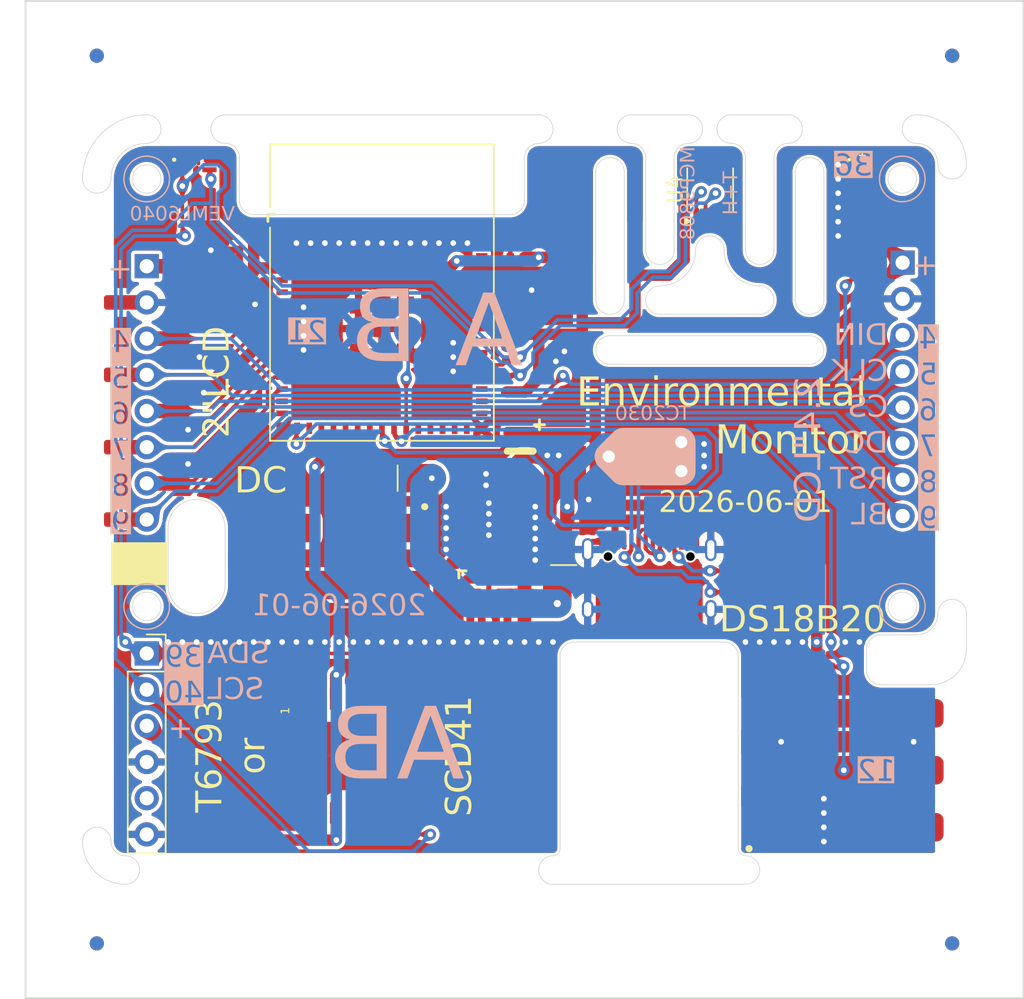
<source format=kicad_pcb>
(kicad_pcb (version 20241229) (generator "pcbnew") (generator_version "9.0")
  (title_block (title "Env2") (comment 1 "www.me.uk") (comment 2 "@TheRealRevK") (comment 3 "Adrian Kennard Andrews & Arnold Ltd"))
  (layers (0 "F.Cu" signal) (2 "B.Cu" signal) (13 "F.Paste" user) (15 "B.Paste" user) (5 "F.SilkS" user "F.Silkscreen") (7 "B.SilkS" user "B.Silkscreen") (1 "F.Mask" user) (3 "B.Mask" user) (25 "Edge.Cuts" user))
  (net 0 "")
  (net 1 "GND")
  (net 2 "+3.3V")
  (net 3 "Net-(U1-EN)")
  (net 4 "DC")
  (net 6 "LED")
  (net 7 "Net-(D19-A)")
  (net 8 "VBUS")
  (net 9 "TEMP")
  (net 10 "Net-(J5-Pin_2)")
  (net 11 "D-")
  (net 12 "D+")
  (net 15 "Net-(J6-CC2)")
  (net 16 "Net-(J6-CC1)")
  (net 23 "SDA")
  (net 42 "SCL")
  (net 62 "CS")
  (net 63 "CLK")
  (net 64 "DIN")
  (net 65 "RST")
  (net 66 "BL")
  (net 68 "VDC")
  (footprint "RevK:R_0402_" (layer "F.Cu") (at 99.3 108.45 180)
    (property "Reference" "R27" (hide yes))
    (property "Value" "1M" (hide yes))
  )
  (footprint "RevK:R_0402" (layer "F.Cu") (at 114.5 106.5)
    (property "Reference" "R3" (hide yes))
    (property "Value" "5K1" (hide yes))
  )
  (footprint "RevK:R_0402_" (layer "F.Cu") (at 95.699999 108.45 180)
    (property "Reference" "R18" (hide yes))
    (property "Value" "39k2" (hide yes))
  )
  (footprint "RevK:C_0603_" (layer "F.Cu") (at 100 105.25 -90)
    (property "Reference" "C21" (hide yes))
    (property "Value" "10uF 35V")
  )
  (footprint "RevK:VEML6040" (layer "F.Cu") (at 77 76.5)
    (property "Reference" "U8" (hide yes))
    (property "Value" "VEML6040")
  )
  (footprint "RevK:C_0402" (layer "F.Cu") (at 99.5 82)
    (property "Reference" "C3" (hide yes))
    (property "Value" "1uF" (hide yes))
  )
  (footprint "RevK:C_0402" (layer "F.Cu") (at 80.5 82.5 180)
    (property "Reference" "C1" (hide yes))
    (property "Value" "100nF" (hide yes))
  )
  (footprint "RevK:R_0402" (layer "F.Cu") (at 99.5 83 180)
    (property "Reference" "R5" (hide yes))
    (property "Value" "10K" (hide yes))
  )
  (footprint "RevK:R_0402" (layer "F.Cu") (at 98.75 89.75 -90)
    (property "Reference" "R7" (hide yes))
    (property "Value" "10K" (hide yes))
  )
  (footprint "RevK:C_0603_" (layer "F.Cu") (at 95 105.25 -90)
    (property "Reference" "C22" (hide yes))
    (property "Value" "10uF 6.3V")
  )
  (footprint "RevK:PinSocket_1x08_P2.54mm_Vertical_SMD" (layer "F.Cu") (at 73.5 83.625)
    (property "Reference" "J1" (hide yes))
    (property "Value" "LCD")
  )
  (footprint "RevK:C_0402" (layer "F.Cu") (at 80.5 83.5 180)
    (property "Reference" "C2" (hide yes))
    (property "Value" "22uF" (hide yes))
  )
  (footprint "RevK:D_SOD-123" (layer "F.Cu") (at 102.75 103.5 90)
    (property "Reference" "D20" (hide yes))
    (property "Value" "MBR0530")
  )
  (footprint "RevK:C_0603_" (layer "F.Cu") (at 97.5 104.55 180)
    (property "Reference" "C23" (hide yes))
    (property "Value" "100nF")
  )
  (footprint "Connector_PinSocket_2.54mm:PinSocket_1x06_P2.54mm_Vertical" (layer "F.Cu") (at 73.5 110.8)
    (property "Reference" "J8" (hide yes))
    (property "Value" "T6793")
  )
  (footprint "RevK:SCD41" (layer "F.Cu") (at 88 118)
    (property "Reference" "U2" (hide yes))
    (property "Value" "SCD41")
  )
  (footprint "RevK:WAGO-2060-453-998-404" (layer "F.Cu") (at 121.75 119 180)
    (property "Reference" "J3" (hide yes))
    (property "Value" "TEMP")
  )
  (footprint "RevK:USB-C-Socket-H" (layer "F.Cu") (at 108.75 104)
    (property "Reference" "J6" (hide yes))
    (property "Value" "USB-C-Socket-H")
  )
  (footprint "RevK:CP_EIA-3528-21_Kemet-B" (layer "F.Cu") (at 99.7 97.1 90)
    (property "Reference" "C4" (hide yes))
    (property "Value" "220uF Tant")
  )
  (footprint "RevK:WAGO-2060-452-998-404" (layer "F.Cu") (at 87 104)
    (property "Reference" "J2" (hide yes))
    (property "Value" "DC")
  )
  (footprint "RevK:VCUT70" (layer "F.Cu") (at 129 100 -90)
    (property "Reference" "V4" (hide yes))
    (property "Value" "~")
  )
  (footprint "RevK:SOT-23-6-MD8942" (layer "F.Cu") (at 97.5 106.55 180)
    (property "Reference" "U3" (hide yes))
    (property "Value" "MD8942")
  )
  (footprint "RevK:R_0402" (layer "F.Cu") (at 121 111.75 180)
    (property "Reference" "R13" (hide yes))
    (property "Value" "4k7" (hide yes))
  )
  (footprint "RevK:VCUT70" (layer "F.Cu") (at 100 75)
    (property "Reference" "V1" (hide yes))
    (property "Value" "~")
  )
  (footprint "RevK:VCUT70" (layer "F.Cu") (at 100 125 180)
    (property "Reference" "V2" (hide yes))
    (property "Value" "~")
  )
  (footprint "RevK:L_4x4_" (layer "F.Cu") (at 97.5 101.95 180)
    (property "Reference" "L4" (hide yes))
    (property "Value" "10uH")
  )
  (footprint "RevK:SMD1010" (layer "F.Cu") (at 123.575 76.575)
    (property "Reference" "D4" (hide yes))
    (property "Value" "XL-1010RGBC-WS2812B" (hide yes))
  )
  (footprint "RevK:ESP32-S3-MINI-1" (layer "F.Cu") (at 90 88)
    (property "Reference" "U1" (hide yes))
    (property "Value" "ESP32-S3-MINI-1" (hide yes))
  )
  (footprint "Package_SO:MSOP-8_3x3mm_P0.65mm" (layer "F.Cu") (at 113.025 78.25 90)
    (property "Reference" "U4")
    (property "Value" "MCP9808_MSOP")
  )
  (footprint "RevK:D_SOD-123" (layer "F.Cu") (at 90 98.5 180)
    (property "Reference" "D19" (hide yes))
    (property "Value" "MBR0530")
  )
  (footprint "RevK:PCB7070" (layer "F.Cu") (at 100 100)
    (property "Reference" "PCB1" (hide yes))
    (property "Value" "70x70" (hide yes))
    (fp_line (start -35 -35) (end 35 -35) (stroke (width 0.12)) (layer "Edge.Cuts"))
    (fp_line (start -35 35) (end -35 -35) (stroke (width 0.12)) (layer "Edge.Cuts"))
    (fp_line (start 35 -35) (end 35 35) (stroke (width 0.12)) (layer "Edge.Cuts"))
    (fp_line (start 35 35) (end -35 35) (stroke (width 0.12)) (layer "Edge.Cuts"))
  )
  (footprint "RevK:R_0402_" (layer "F.Cu") (at 97.5 108.45 180)
    (property "Reference" "R17" (hide yes))
    (property "Value" "124k" (hide yes))
  )
  (footprint "RevK:VCUT70" (layer "F.Cu") (at 71 100 90)
    (property "Reference" "V3" (hide yes))
    (property "Value" "~")
  )
  (footprint "RevK:R_0402" (layer "F.Cu") (at 114.5 105)
    (property "Reference" "R4" (hide yes))
    (property "Value" "5K1" (hide yes))
  )
  (footprint "RevK:C_0402" (layer "F.Cu") (at 107.75 81.75 90)
    (property "Reference" "C6" (hide yes))
    (property "Value" "100nF" (hide yes))
  )
  (footprint "RevK:R_0402" (layer "F.Cu") (at 98.75 92 90)
    (property "Reference" "R6" (hide yes))
    (property "Value" "10K" (hide yes))
  )
  (footprint "RevK:Tag-Connect_TC2030-IDC-NL_2x03_P1.27mm_Vertical" (layer "B.Cu") (at 108.46 96.984)
    (property "Reference" "J7" (hide yes))
    (property "Value" "TC2030-USB-NL-DS")
  )
  (footprint "RevK:AA-Pad" (layer "B.Cu") (at 90.15 88.15 180)
    (property "Reference" "J5" (hide yes))
    (property "Value" "Reset")
  )
  (footprint "RevK:PinHeader_1x08_P2.54mm_Vertical" (layer "B.Cu") (at 126.525 83.375 180)
    (property "Reference" "J4" (hide yes))
    (property "Value" "LCD")
  )
  (gr_rect (start 71 103) (end 75 106) (fill yes) (layer "F.SilkS"))
  (gr_circle (center 73.5 107.5) (end 75.1 107.5) (stroke (width 0.1)) (fill no) (layer "B.SilkS"))
  (gr_circle (center 126.5 77.5) (end 128.1 77.5) (stroke (width 0.1)) (fill no) (layer "B.SilkS"))
  (gr_circle (center 126.5 107.5) (end 128.1 107.5) (stroke (width 0.1)) (fill no) (layer "B.SilkS"))
  (gr_circle (center 73.5 77.5) (end 75.1 77.5) (stroke (width 0.1)) (fill no) (layer "B.SilkS"))
  (gr_line (start 107 77) (end 107 86) (stroke (width 0.05)) (layer "Edge.Cuts"))
  (gr_arc (start 102 127) (mid 101 126) (end 102 125) (stroke (width 0.05)) (layer "Edge.Cuts"))
  (gr_line (start 124 110.5) (end 124 112) (stroke (width 0.05)) (layer "Edge.Cuts"))
  (gr_arc (start 73.5 73) (mid 74.5 74) (end 73.5 75) (stroke (width 0.05)) (layer "Edge.Cuts"))
  (gr_line (start 108.5 76) (end 108.5 82.5) (stroke (width 0.05)) (layer "Edge.Cuts"))
  (gr_arc (start 110.5 76) (mid 110.792893 75.292893) (end 111.5 75) (stroke (width 0.05)) (layer "Edge.Cuts"))
  (gr_arc (start 100 76) (mid 100.292893 75.292893) (end 101 75) (stroke (width 0.05)) (layer "Edge.Cuts"))
  (gr_line (start 102.5 124.5) (end 102.5 111) (stroke (width 0.05)) (layer "Edge.Cuts"))
  (gr_arc (start 71 77.5) (mid 70 78.5) (end 69 77.5) (stroke (width 0.05)) (layer "Edge.Cuts"))
  (gr_arc (start 114 110) (mid 114.707107 110.292893) (end 115 111) (stroke (width 0.05)) (layer "Edge.Cuts"))
  (gr_line (start 115 111) (end 115 124.5) (stroke (width 0.05)) (layer "Edge.Cuts"))
  (gr_arc (start 114.5 75) (mid 115.207107 75.292893) (end 115.5 76) (stroke (width 0.05)) (layer "Edge.Cuts"))
  (gr_arc (start 120 88.5) (mid 121 89.5) (end 120 90.5) (stroke (width 0.05)) (layer "Edge.Cuts"))
  (gr_arc (start 69 77.5) (mid 70.318019 74.318019) (end 73.5 73) (stroke (width 0.05)) (layer "Edge.Cuts"))
  (gr_line (start 75 102) (end 75 106) (stroke (width 0.05)) (layer "Edge.Cuts"))
  (gr_arc (start 115.5 125) (mid 115.146447 124.853553) (end 115 124.5) (stroke (width 0.05)) (layer "Edge.Cuts"))
  (gr_arc (start 100 79) (mid 99.707107 79.707107) (end 99 80) (stroke (width 0.05)) (layer "Edge.Cuts"))
  (gr_line (start 115.5 76) (end 115.5 82.5) (stroke (width 0.05)) (layer "Edge.Cuts"))
  (gr_line (start 119 77) (end 119 86) (stroke (width 0.05)) (layer "Edge.Cuts"))
  (gr_line (start 117.5 76) (end 117.5 82.5) (stroke (width 0.05)) (layer "Edge.Cuts"))
  (gr_line (start 131 108) (end 131 110.5) (stroke (width 0.05)) (layer "Edge.Cuts"))
  (gr_arc (start 72 125) (mid 73 126) (end 72 127) (stroke (width 0.05)) (layer "Edge.Cuts"))
  (gr_arc (start 125 113) (mid 124.292893 112.707107) (end 124 112) (stroke (width 0.05)) (layer "Edge.Cuts"))
  (gr_line (start 101 73) (end 79 73) (stroke (width 0.05)) (layer "Edge.Cuts"))
  (gr_arc (start 121 86) (mid 120 87) (end 119 86) (stroke (width 0.05)) (layer "Edge.Cuts"))
  (gr_arc (start 129 108) (mid 130 107) (end 131 108) (stroke (width 0.05)) (layer "Edge.Cuts"))
  (gr_line (start 125 109.5) (end 127.5 109.5) (stroke (width 0.05)) (layer "Edge.Cuts"))
  (gr_line (start 120 90.5) (end 106 90.5) (stroke (width 0.05)) (layer "Edge.Cuts"))
  (gr_arc (start 116.5 85) (mid 117.5 86) (end 116.5 87) (stroke (width 0.05)) (layer "Edge.Cuts"))
  (gr_arc (start 111.5 73) (mid 112.5 74) (end 111.5 75) (stroke (width 0.05)) (layer "Edge.Cuts"))
  (gr_line (start 79 102) (end 79 106) (stroke (width 0.05)) (layer "Edge.Cuts"))
  (gr_arc (start 102.5 124.5) (mid 102.353553 124.853553) (end 102 125) (stroke (width 0.05)) (layer "Edge.Cuts"))
  (gr_arc (start 106 90.5) (mid 105 89.5) (end 106 88.5) (stroke (width 0.05)) (layer "Edge.Cuts"))
  (gr_line (start 111.5 73) (end 107.5 73) (stroke (width 0.05)) (layer "Edge.Cuts"))
  (gr_line (start 80 76) (end 80 79) (stroke (width 0.05)) (layer "Edge.Cuts"))
  (gr_line (start 102 127) (end 115.5 127) (stroke (width 0.05)) (layer "Edge.Cuts"))
  (gr_arc (start 114.5 75) (mid 113.5 74) (end 114.5 73) (stroke (width 0.05)) (layer "Edge.Cuts"))
  (gr_arc (start 107 86) (mid 106 87) (end 105 86) (stroke (width 0.05)) (layer "Edge.Cuts"))
  (gr_arc (start 101 73) (mid 102 74) (end 101 75) (stroke (width 0.05)) (layer "Edge.Cuts"))
  (gr_arc (start 119 77) (mid 120 76) (end 121 77) (stroke (width 0.05)) (layer "Edge.Cuts"))
  (gr_arc (start 117.5 76) (mid 117.792893 75.292893) (end 118.5 75) (stroke (width 0.05)) (layer "Edge.Cuts"))
  (gr_arc (start 112 82.5) (mid 113 81.5) (end 114 82.5) (stroke (width 0.05)) (layer "Edge.Cuts"))
  (gr_arc (start 109.5 87) (mid 108.5 86) (end 109.5 85) (stroke (width 0.05)) (layer "Edge.Cuts"))
  (gr_arc (start 124 110.5) (mid 124.292893 109.792893) (end 125 109.5) (stroke (width 0.05)) (layer "Edge.Cuts"))
  (gr_arc (start 117.5 82.5) (mid 116.5 83.5) (end 115.5 82.5) (stroke (width 0.05)) (layer "Edge.Cuts"))
  (gr_arc (start 127.5 75) (mid 128.56066 75.43934) (end 129 76.5) (stroke (width 0.05)) (layer "Edge.Cuts"))
  (gr_arc (start 112 82.5) (mid 111.267767 84.267767) (end 109.5 85) (stroke (width 0.05)) (layer "Edge.Cuts"))
  (gr_line (start 110.5 76) (end 110.5 82.5) (stroke (width 0.05)) (layer "Edge.Cuts"))
  (gr_arc (start 71 77.5) (mid 71.732233 75.732233) (end 73.5 75) (stroke (width 0.05)) (layer "Edge.Cuts"))
  (gr_arc (start 102.5 111) (mid 102.792893 110.292893) (end 103.5 110) (stroke (width 0.05)) (layer "Edge.Cuts"))
  (gr_arc (start 105 77) (mid 106 76) (end 107 77) (stroke (width 0.05)) (layer "Edge.Cuts"))
  (gr_arc (start 107.5 75) (mid 106.5 74) (end 107.5 73) (stroke (width 0.05)) (layer "Edge.Cuts"))
  (gr_arc (start 69 124) (mid 70 123) (end 71 124) (stroke (width 0.05)) (layer "Edge.Cuts"))
  (gr_arc (start 79 75) (mid 79.707107 75.292893) (end 80 76) (stroke (width 0.05)) (layer "Edge.Cuts"))
  (gr_arc (start 127.5 73) (mid 129.974873 74.025127) (end 131 76.5) (stroke (width 0.05)) (layer "Edge.Cuts"))
  (gr_line (start 106 88.5) (end 120 88.5) (stroke (width 0.05)) (layer "Edge.Cuts"))
  (gr_arc (start 118.5 73) (mid 119.5 74) (end 118.5 75) (stroke (width 0.05)) (layer "Edge.Cuts"))
  (gr_circle (center 126.5 107.5) (end 127.5 107.5) (stroke (width 0.05)) (fill no) (layer "Edge.Cuts"))
  (gr_arc (start 116.5 85) (mid 114.732233 84.267767) (end 114 82.5) (stroke (width 0.05)) (layer "Edge.Cuts"))
  (gr_arc (start 79 75) (mid 78 74) (end 79 73) (stroke (width 0.05)) (layer "Edge.Cuts"))
  (gr_line (start 105 77) (end 105 86) (stroke (width 0.05)) (layer "Edge.Cuts"))
  (gr_line (start 100 79) (end 100 76) (stroke (width 0.05)) (layer "Edge.Cuts"))
  (gr_arc (start 110.5 82.5) (mid 109.5 83.5) (end 108.5 82.5) (stroke (width 0.05)) (layer "Edge.Cuts"))
  (gr_arc (start 115.5 125) (mid 116.5 126) (end 115.5 127) (stroke (width 0.05)) (layer "Edge.Cuts"))
  (gr_line (start 114.5 73) (end 118.5 73) (stroke (width 0.05)) (layer "Edge.Cuts"))
  (gr_arc (start 79 106) (mid 77 108) (end 75 106) (stroke (width 0.05)) (layer "Edge.Cuts"))
  (gr_line (start 125 113) (end 128.5 113) (stroke (width 0.05)) (layer "Edge.Cuts"))
  (gr_arc (start 81 80) (mid 80.292893 79.707107) (end 80 79) (stroke (width 0.05)) (layer "Edge.Cuts"))
  (gr_line (start 114 110) (end 103.5 110) (stroke (width 0.05)) (layer "Edge.Cuts"))
  (gr_arc (start 72 127) (mid 69.87868 126.12132) (end 69 124) (stroke (width 0.05)) (layer "Edge.Cuts"))
  (gr_arc (start 129 108) (mid 128.56066 109.06066) (end 127.5 109.5) (stroke (width 0.05)) (layer "Edge.Cuts"))
  (gr_circle (center 73.5 107.5) (end 74.5 107.5) (stroke (width 0.05)) (fill no) (layer "Edge.Cuts"))
  (gr_circle (center 126.5 77.5) (end 127.5 77.5) (stroke (width 0.05)) (fill no) (layer "Edge.Cuts"))
  (gr_arc (start 127.5 75) (mid 126.5 74) (end 127.5 73) (stroke (width 0.05)) (layer "Edge.Cuts"))
  (gr_arc (start 107.5 75) (mid 108.207107 75.292893) (end 108.5 76) (stroke (width 0.05)) (layer "Edge.Cuts"))
  (gr_arc (start 131 76.5) (mid 130 77.5) (end 129 76.5) (stroke (width 0.05)) (layer "Edge.Cuts"))
  (gr_line (start 81 80) (end 99 80) (stroke (width 0.05)) (layer "Edge.Cuts"))
  (gr_arc (start 72 125) (mid 71.292893 124.707107) (end 71 124) (stroke (width 0.05)) (layer "Edge.Cuts"))
  (gr_line (start 109.5 87) (end 116.5 87) (stroke (width 0.05)) (layer "Edge.Cuts"))
  (gr_circle (center 73.5 77.5) (end 74.5 77.5) (stroke (width 0.05)) (fill no) (layer "Edge.Cuts"))
  (gr_line (start 121 77) (end 121 86) (stroke (width 0.05)) (layer "Edge.Cuts"))
  (gr_arc (start 75 102) (mid 77 100) (end 79 102) (stroke (width 0.05)) (layer "Edge.Cuts"))
  (gr_arc (start 131 110.5) (mid 130.267767 112.267767) (end 128.5 113) (stroke (width 0.05)) (layer "Edge.Cuts"))
  (gr_text "DC" (at 81.5 98.75 0) (layer "F.SilkS") (effects (font (size 1.8 1.8))))
  (gr_text "${CURRENT_DATE}" (at 115.5 100.25 0) (layer "F.SilkS") (effects (font (size 1.5 1.5))))
  (gr_text "DS18B20" (at 119.5 108.5 0) (layer "F.SilkS") (effects (font (size 1.8 1.8))))
  (gr_text "T6793\nor" (at 79.5 118 90) (layer "F.SilkS") (effects (font (size 1.8 1.8))))
  (gr_text "Environmental\nMonitor" (at 124 97.1 0) (layer "F.SilkS") (effects (font (size 2 2)) (justify right bottom)))
  (gr_text "SCD41" (at 95.5 118 90) (layer "F.SilkS") (effects (font (size 1.8 1.8))))
  (gr_text "2{dblquote}LCD" (at 78.5 91.75 90) (layer "F.SilkS") (effects (font (size 1.8 1.8))))
  (gr_text "21" (at 83.4 89.2 0) (layer "B.SilkS" knockout) (effects (font (size 1.5 1.5)) (justify right bottom mirror)))
  (gr_text "2.4{dblquote}LCD" (at 120 96.5 90) (layer "B.SilkS") (effects (font (size 1.8 1.8)) (justify mirror)))
  (gr_text "12" (at 126 120 0) (layer "B.SilkS" knockout) (effects (font (size 1.5 1.5)) (justify left bottom mirror)))
  (gr_text "4\n5\n6\n7\n8\n9" (at 71 102.5 0) (layer "B.SilkS" knockout) (effects (font (size 1.5 1.5)) (justify right bottom mirror)))
  (gr_text "4\n5\n6\n7\n8\n9" (at 129 102.25 0) (layer "B.SilkS" knockout) (effects (font (size 1.5 1.5)) (justify left bottom mirror)))
  (gr_text "TC2030" (at 109 94 0) (layer "B.SilkS") (effects (font (size 1 1)) (justify mirror)))
  (gr_text "MCP9808" (at 111.5 78.5 90) (layer "B.SilkS") (effects (font (size 1 1)) (justify mirror)))
  (gr_text "DIN\nCLK\nCS\nDC\nRST\nBL" (at 125.5 102 0) (layer "B.SilkS") (effects (font (size 1.5 1.5)) (justify left bottom mirror)))
  (gr_text "VEML6040" (at 76 80 0) (layer "B.SilkS") (effects (font (size 1 1)) (justify mirror)))
  (gr_text "T+H" (at 114.5 78.5 90) (layer "B.SilkS") (effects (font (size 1 1)) (justify mirror)))
  (gr_text "${CURRENT_DATE}" (at 87 107.5 0) (layer "B.SilkS") (effects (font (size 1.5 1.5)) (justify mirror)))
  (gr_text "+" (at 76.75 117 0) (layer "B.SilkS") (effects (font (size 1.5 1.5)) (justify left bottom mirror)))
  (gr_text "39\n40" (at 74.75 114.5 0) (layer "B.SilkS" knockout) (effects (font (size 1.5 1.5)) (justify right bottom mirror)))
  (gr_text "36" (at 121.75 77.5 0) (layer "B.SilkS" knockout) (effects (font (size 1.5 1.5)) (justify right bottom mirror)))
  (gr_text "A" (at 97.5 88.5 0) (layer "B.SilkS") (effects (font (size 5 5)) (justify mirror)))
  (gr_text "AB" (at 91 117.5 0) (layer "B.SilkS") (effects (font (size 5 5)) (justify mirror)))
  (gr_text "+" (at 72.5 84.75 0) (layer "B.SilkS") (effects (font (size 1.5 1.5)) (justify left bottom mirror)))
  (gr_text "+" (at 129 84.5 0) (layer "B.SilkS") (effects (font (size 1.5 1.5)) (justify left bottom mirror)))
  (gr_text "SDA\nSCL" (at 77.75 114.25 0) (layer "B.SilkS") (effects (font (size 1.5 1.5)) (justify right bottom mirror)))
  (segment (start 97 95) (end 91.65 89.65) (width 0.2) (layer "F.Cu") (net 1))
  (segment (start 85.5 122) (end 85.5 120.5) (width 0.5) (layer "F.Cu") (net 1))
  (segment (start 83 95) (end 88.35 89.65) (width 0.2) (layer "F.Cu") (net 1))
  (segment (start 85.5 120.5) (end 86.8 119.2) (width 0.5) (layer "F.Cu") (net 1))
  (via (at 121 124) (size 0.8) (drill 0.4) (layers "F.Cu" "B.Cu") (net 1))
  (via (at 97.5 101) (size 0.8) (drill 0.4) (layers "F.Cu" "B.Cu") (net 1))
  (via (at 99 110) (size 0.8) (drill 0.4) (layers "F.Cu" "B.Cu") (net 1))
  (via (at 84.5 89.5) (size 0.8) (drill 0.4) (layers "F.Cu" "B.Cu") (net 1))
  (via (at 76 110) (size 0.8) (drill 0.4) (layers "F.Cu" "B.Cu") (net 1))
  (via (at 100.5 85.3) (size 0.8) (drill 0.4) (layers "F.Cu" "B.Cu") (net 1))
  (via (at 97.3 99) (size 0.8) (drill 0.4) (layers "F.Cu" "B.Cu") (net 1))
  (via (at 90 82) (size 0.8) (drill 0.4) (layers "F.Cu" "B.Cu") (net 1))
  (via (at 118.5 110) (size 0.8) (drill 0.4) (layers "F.Cu" "B.Cu") (net 1))
  (via (at 119.5 110) (size 0.8) (drill 0.4) (layers "F.Cu" "B.Cu") (net 1))
  (via (at 100.75 100.5) (size 0.8) (drill 0.4) (layers "F.Cu" "B.Cu") (net 1))
  (via (at 90 110) (size 0.8) (drill 0.4) (layers "F.Cu" "B.Cu") (net 1))
  (via (at 97.3 98.2) (size 0.8) (drill 0.4) (layers "F.Cu" "B.Cu") (net 1))
  (via (at 83 110) (size 0.8) (drill 0.4) (layers "F.Cu" "B.Cu") (net 1))
  (via (at 77.5 92.5) (size 0.8) (drill 0.4) (layers "F.Cu" "B.Cu") (net 1))
  (via (at 102.2 90.3) (size 0.8) (drill 0.4) (layers "F.Cu" "B.Cu") (net 1))
  (via (at 86 110) (size 0.8) (drill 0.4) (layers "F.Cu" "B.Cu") (net 1))
  (via (at 122.5 110) (size 0.8) (drill 0.4) (layers "F.Cu" "B.Cu") (net 1))
  (via (at 97.5 100.25) (size 0.8) (drill 0.4) (layers "F.Cu" "B.Cu") (net 1))
  (via (at 101.6 96.9) (size 0.8) (drill 0.4) (layers "F.Cu" "B.Cu") (net 1))
  (via (at 100.75 102) (size 0.8) (drill 0.4) (layers "F.Cu" "B.Cu") (net 1))
  (via (at 84 82) (size 0.8) (drill 0.4) (layers "F.Cu" "B.Cu") (net 1))
  (via (at 104.5 100) (size 0.8) (drill 0.4) (layers "F.Cu" "B.Cu") (net 1))
  (via (at 85 82) (size 0.8) (drill 0.4) (layers "F.Cu" "B.Cu") (net 1))
  (via (at 85 110) (size 0.8) (drill 0.4) (layers "F.Cu" "B.Cu") (net 1))
  (via (at 95 82) (size 0.8) (drill 0.4) (layers "F.Cu" "B.Cu") (net 1))
  (via (at 81.1 86.3) (size 0.8) (drill 0.4) (layers "F.Cu" "B.Cu") (net 1))
  (via (at 92 82) (size 0.8) (drill 0.4) (layers "F.Cu" "B.Cu") (net 1))
  (via (at 94.5 102.75) (size 0.8) (drill 0.4) (layers "F.Cu" "B.Cu") (net 1))
  (via (at 118 117) (size 0.8) (drill 0.4) (layers "F.Cu" "B.Cu") (net 1))
  (via (at 78 82.5) (size 0.8) (drill 0.4) (layers "F.Cu" "B.Cu") (net 1))
  (via (at 82 110) (size 0.8) (drill 0.4) (layers "F.Cu" "B.Cu") (net 1))
  (via (at 122 79.5) (size 0.8) (drill 0.4) (layers "F.Cu" "B.Cu") (net 1))
  (via (at 123.5 110) (size 0.8) (drill 0.4) (layers "F.Cu" "B.Cu") (net 1))
  (via (at 80 110) (size 0.8) (drill 0.4) (layers "F.Cu" "B.Cu") (net 1))
  (via (at 97.5 102.5) (size 0.8) (drill 0.4) (layers "F.Cu" "B.Cu") (net 1))
  (via (at 100.75 103.5) (size 0.8) (drill 0.4) (layers "F.Cu" "B.Cu") (net 1))
  (via (at 122 77.5) (size 0.8) (drill 0.4) (layers "F.Cu" "B.Cu") (net 1))
  (via (at 121 122) (size 0.8) (drill 0.4) (layers "F.Cu" "B.Cu") (net 1))
  (via (at 75 110) (size 0.8) (drill 0.4) (layers "F.Cu" "B.Cu") (net 1))
  (via (at 94.5 103.5) (size 0.8) (drill 0.4) (layers "F.Cu" "B.Cu") (net 1))
  (via (at 95 90) (size 0.8) (drill 0.4) (layers "F.Cu" "B.Cu") (net 1))
  (via (at 91 82) (size 0.8) (drill 0.4) (layers "F.Cu" "B.Cu") (net 1))
  (via (at 92 110) (size 0.8) (drill 0.4) (layers "F.Cu" "B.Cu") (net 1))
  (via (at 77.2 90) (size 0.8) (drill 0.4) (layers "F.Cu" "B.Cu") (net 1))
  (via (at 94.5 102) (size 0.8) (drill 0.4) (layers "F.Cu" "B.Cu") (net 1))
  (via (at 101 110) (size 0.8) (drill 0.4) (layers "F.Cu" "B.Cu") (net 1))
  (via (at 93 82) (size 0.8) (drill 0.4) (layers "F.Cu" "B.Cu") (net 1))
  (via (at 86 82) (size 0.8) (drill 0.4) (layers "F.Cu" "B.Cu") (net 1))
  (via (at 88 82) (size 0.8) (drill 0.4) (layers "F.Cu" "B.Cu") (net 1))
  (via (at 91 110) (size 0.8) (drill 0.4) (layers "F.Cu" "B.Cu") (net 1))
  (via (at 79 110) (size 0.8) (drill 0.4) (layers "F.Cu" "B.Cu") (net 1))
  (via (at 96 82) (size 0.8) (drill 0.4) (layers "F.Cu" "B.Cu") (net 1))
  (via (at 87 82) (size 0.8) (drill 0.4) (layers "F.Cu" "B.Cu") (net 1))
  (via (at 121 121) (size 0.8) (drill 0.4) (layers "F.Cu" "B.Cu") (net 1))
  (via (at 122 81.5) (size 0.8) (drill 0.4) (layers "F.Cu" "B.Cu") (net 1))
  (via (at 100 110) (size 0.8) (drill 0.4) (layers "F.Cu" "B.Cu") (net 1))
  (via (at 102.4 96.9) (size 0.8) (drill 0.4) (layers "F.Cu" "B.Cu") (net 1))
  (via (at 84 110) (size 0.8) (drill 0.4) (layers "F.Cu" "B.Cu") (net 1))
  (via (at 96 110) (size 0.8) (drill 0.4) (layers "F.Cu" "B.Cu") (net 1))
  (via (at 94.5 101.25) (size 0.8) (drill 0.4) (layers "F.Cu" "B.Cu") (net 1))
  (via (at 97 110) (size 0.8) (drill 0.4) (layers "F.Cu" "B.Cu") (net 1))
  (via (at 122 78.5) (size 0.8) (drill 0.4) (layers "F.Cu" "B.Cu") (net 1))
  (via (at 117.5 110) (size 0.8) (drill 0.4) (layers "F.Cu" "B.Cu") (net 1))
  (via (at 112.6 96.1) (size 0.8) (drill 0.4) (layers "F.Cu" "B.Cu") (net 1))
  (via (at 102.8 89.6) (size 0.8) (drill 0.4) (layers "F.Cu" "B.Cu") (net 1))
  (via (at 121 123) (size 0.8) (drill 0.4) (layers "F.Cu" "B.Cu") (net 1))
  (via (at 88 110) (size 0.8) (drill 0.4) (layers "F.Cu" "B.Cu") (net 1))
  (via (at 93 110) (size 0.8) (drill 0.4) (layers "F.Cu" "B.Cu") (net 1))
  (via (at 122 80.5) (size 0.8) (drill 0.4) (layers "F.Cu" "B.Cu") (net 1))
  (via (at 78 110) (size 0.8) (drill 0.4) (layers "F.Cu" "B.Cu") (net 1))
  (via (at 84.5 87.5) (size 0.8) (drill 0.4) (layers "F.Cu" "B.Cu") (net 1))
  (via (at 95 89) (size 0.8) (drill 0.4) (layers "F.Cu" "B.Cu") (net 1))
  (via (at 102 110) (size 0.8) (drill 0.4) (layers "F.Cu" "B.Cu") (net 1))
  (via (at 115.5 110) (size 0.8) (drill 0.4) (layers "F.Cu" "B.Cu") (net 1))
  (via (at 122 76.5) (size 0.8) (drill 0.4) (layers "F.Cu" "B.Cu") (net 1))
  (via (at 95 110) (size 0.8) (drill 0.4) (layers "F.Cu" "B.Cu") (net 1))
  (via (at 94 82) (size 0.8) (drill 0.4) (layers "F.Cu" "B.Cu") (net 1))
  (via (at 94.5 100.5) (size 0.8) (drill 0.4) (layers "F.Cu" "B.Cu") (net 1))
  (via (at 98 110) (size 0.8) (drill 0.4) (layers "F.Cu" "B.Cu") (net 1))
  (via (at 97.5 101.75) (size 0.8) (drill 0.4) (layers "F.Cu" "B.Cu") (net 1))
  (via (at 116.5 110) (size 0.8) (drill 0.4) (layers "F.Cu" "B.Cu") (net 1))
  (via (at 94 110) (size 0.8) (drill 0.4) (layers "F.Cu" "B.Cu") (net 1))
  (via (at 76.4 95.1) (size 0.8) (drill 0.4) (layers "F.Cu" "B.Cu") (net 1))
  (via (at 127.3 117) (size 0.8) (drill 0.4) (layers "F.Cu" "B.Cu") (net 1))
  (via (at 100.75 102.75) (size 0.8) (drill 0.4) (layers "F.Cu" "B.Cu") (net 1))
  (via (at 95 91) (size 0.8) (drill 0.4) (layers "F.Cu" "B.Cu") (net 1))
  (via (at 100.75 101.25) (size 0.8) (drill 0.4) (layers "F.Cu" "B.Cu") (net 1))
  (via (at 89 82) (size 0.8) (drill 0.4) (layers "F.Cu" "B.Cu") (net 1))
  (via (at 81 110) (size 0.8) (drill 0.4) (layers "F.Cu" "B.Cu") (net 1))
  (via (at 89 110) (size 0.8) (drill 0.4) (layers "F.Cu" "B.Cu") (net 1))
  (via (at 112.6 97.7) (size 0.8) (drill 0.4) (layers "F.Cu" "B.Cu") (net 1))
  (via (at 100.75 104.25) (size 0.8) (drill 0.4) (layers "F.Cu" "B.Cu") (net 1))
  (via (at 77 110) (size 0.8) (drill 0.4) (layers "F.Cu" "B.Cu") (net 1))
  (via (at 84.5 88.5) (size 0.8) (drill 0.4) (layers "F.Cu" "B.Cu") (net 1))
  (via (at 84.5 86.5) (size 0.8) (drill 0.4) (layers "F.Cu" "B.Cu") (net 1))
  (via (at 112.6 96.9) (size 0.8) (drill 0.4) (layers "F.Cu" "B.Cu") (net 1))
  (via (at 76.4 97.5) (size 0.8) (drill 0.4) (layers "F.Cu" "B.Cu") (net 1))
  (segment (start 110.281 96.9) (end 112.6 96.9) (width 0.5) (layer "B.Cu") (net 1))
  (segment (start 109.73 96.349) (end 110.281 96.9) (width 0.5) (layer "B.Cu") (net 1))
  (segment (start 116.2 100.4) (end 120.5 104.7) (width 0.8) (layer "F.Cu") (net 2))
  (segment (start 83 83.75) (end 81.25 83.75) (width 0.8) (layer "F.Cu") (net 2))
  (segment (start 117.15 115) (end 120.3 115) (width 2) (layer "F.Cu") (net 2))
  (segment (start 86.8 123.9) (end 81.52 123.9) (width 0.8) (layer "F.Cu") (net 2))
  (segment (start 122.3 87.6) (end 126.525 83.375) (width 0.8) (layer "F.Cu") (net 2))
  (segment (start 104.05 83.85) (end 103.2 83) (width 0.8) (layer "F.Cu") (net 2))
  (segment (start 120.5 104.7) (end 120.5 110) (width 0.8) (layer "F.Cu") (net 2))
  (segment (start 107.895038 84.254962) (end 110.103883 84.254962) (width 0.8) (layer "F.Cu") (net 2))
  (segment (start 81 84) (end 80.5 84.5) (width 0.8) (layer "F.Cu") (net 2))
  (segment (start 107.75 87.55) (end 107.75 84.4) (width 0.8) (layer "F.Cu") (net 2))
  (segment (start 94.1 96.834326) (end 86.165674 96.834326) (width 0.8) (layer "F.Cu") (net 2))
  (segment (start 99.7 95.5625) (end 104.9065 95.5625) (width 0.8) (layer "F.Cu") (net 2))
  (segment (start 120.5 114.8) (end 120.3 115) (width 0.8) (layer "F.Cu") (net 2))
  (segment (start 86.165674 96.834326) (end 85.3 97.7) (width 0.8) (layer "F.Cu") (net 2))
  (segment (start 105 91.1) (end 104.969 91.131) (width 0.8) (layer "F.Cu") (net 2))
  (segment (start 98.428174 96.834326) (end 99.7 95.5625) (width 0.8) (layer "F.Cu") (net 2))
  (segment (start 104.05 88.4) (end 101 88.4) (width 0.8) (layer "F.Cu") (net 2))
  (segment (start 107.75 84.4) (end 107.895038 84.254962) (width 0.8) (layer "F.Cu") (net 2))
  (segment (start 104.9065 95.5625) (end 104.969 95.5) (width 0.8) (layer "F.Cu") (net 2))
  (segment (start 75.875 84.5) (end 75 83.625) (width 0.8) (layer "F.Cu") (net 2))
  (segment (start 78.927 76.15) (end 77.95 76.15) (width 0.8) (layer "F.Cu") (net 2))
  (segment (start 86.75 112.35) (end 86.8 112.3) (width 0.8) (layer "F.Cu") (net 2))
  (segment (start 104.05 88.4) (end 104.05 87.6) (width 0.8) (layer "F.Cu") (net 2))
  (segment (start 79 76.223) (end 78.927 76.15) (width 0.8) (layer "F.Cu") (net 2))
  (segment (start 124.9 76.706124) (end 124.9 81.75) (width 0.8) (layer "F.Cu") (net 2))
  (segment (start 107.8 87.6) (end 122.3 87.6) (width 0.8) (layer "F.Cu") (net 2))
  (segment (start 99.6 88.4) (end 98.75 89.25) (width 0.8) (layer "F.Cu") (net 2))
  (segment (start 104.05 88.4) (end 104.05 90.15) (width 0.8) (layer "F.Cu") (net 2))
  (segment (start 79 80) (end 79 76.223) (width 0.8) (layer "F.Cu") (net 2))
  (segment (start 104.05 87.6) (end 104.05 83.85) (width 0.8) (layer "F.Cu") (net 2))
  (segment (start 98.75 92.448) (end 100.052 92.448) (width 0.8) (layer "F.Cu") (net 2))
  (segment (start 94.75 83.75) (end 95.25 83.25) (width 0.8) (layer "F.Cu") (net 2))
  (segment (start 86.75 114) (end 86.75 112.35) (width 0.8) (layer "F.Cu") (net 2))
  (segment (start 107.75 84.4) (end 107.75 82.25) (width 0.8) (layer "F.Cu") (net 2))
  (segment (start 101 91.5) (end 101 88.4) (width 0.8) (layer "F.Cu") (net 2))
  (segment (start 80 81) (end 79 80) (width 0.8) (layer "F.Cu") (net 2))
  (segment (start 83 83.75) (end 94.75 83.75) (width 0.8) (layer "F.Cu") (net 2))
  (segment (start 104.05 90.15) (end 105 91.1) (width 0.8) (layer "F.Cu") (net 2))
  (segment (start 95.334326 96.834326) (end 94.1 96.834326) (width 0.8) (layer "F.Cu") (net 2))
  (segment (start 106.8 100.4) (end 116.2 100.4) (width 0.8) (layer "F.Cu") (net 2))
  (segment (start 96 96.834326) (end 98.428174 96.834326) (width 0.8) (layer "F.Cu") (net 2))
  (segment (start 94.1 96.834326) (end 96 96.834326) (width 0.8) (layer "F.Cu") (net 2))
  (segment (start 86.8 122.05) (end 86.75 122) (width 0.8) (layer "F.Cu") (net 2))
  (segment (start 96 101.95) (end 96 98.7) (width 0.8) (layer "F.Cu") (net 2))
  (segment (start 120.5 111.75) (end 120.5 114.8) (width 0.8) (layer "F.Cu") (net 2))
  (segment (start 110.103883 84.254962) (end 111.2 83.158845) (width 0.8) (layer "F.Cu") (net 2))
  (segment (start 104.969 95.5) (end 104.969 98.569) (width 0.8) (layer "F.Cu") (net 2))
  (segment (start 107.75 87.55) (end 107.8 87.6) (width 0.8) (layer "F.Cu") (net 2))
  (segment (start 104.969 91.131) (end 104.969 95.5) (width 0.8) (layer "F.Cu") (net 2))
  (segment (start 80.5 84.5) (end 75.875 84.5) (width 0.8) (layer "F.Cu") (net 2))
  (segment (start 120.3 115) (end 126.4 115) (width 2) (layer "F.Cu") (net 2))
  (segment (start 124 76.15) (end 124.343876 76.15) (width 0.8) (layer "F.Cu") (net 2))
  (segment (start 124.9 81.75) (end 126.525 83.375) (width 0.8) (layer "F.Cu") (net 2))
  (segment (start 81 82.5) (end 81 83.5) (width 0.8) (layer "F.Cu") (net 2))
  (segment (start 81 81) (end 80 81) (width 0.8) (layer "F.Cu") (net 2))
  (segment (start 81.25 83.75) (end 81 83.5) (width 0.8) (layer "F.Cu") (net 2))
  (segment (start 111.2 76.9115) (end 111.974 76.1375) (width 0.8) (layer "F.Cu") (net 2))
  (segment (start 101 88.4) (end 99.6 88.4) (width 0.8) (layer "F.Cu") (net 2))
  (segment (start 81 82.5) (end 81 81) (width 0.8) (layer "F.Cu") (net 2))
  (segment (start 81.52 123.9) (end 73.5 115.88) (width 0.8) (layer "F.Cu") (net 2))
  (segment (start 101 83) (end 100 83) (width 0.8) (layer "F.Cu") (net 2))
  (segment (start 107.8 87.6) (end 104.05 87.6) (width 0.8) (layer "F.Cu") (net 2))
  (segment (start 96 98.7) (end 96 96.834326) (width 0.8) (layer "F.Cu") (net 2))
  (segment (start 120.5 110) (end 120.5 111.75) (width 0.8) (layer "F.Cu") (net 2))
  (segment (start 111.2 83.158845) (end 111.2 76.9115) (width 0.8) (layer "F.Cu") (net 2))
  (segment (start 103.2 83) (end 101 83) (width 0.8) (layer "F.Cu") (net 2))
  (segment (start 96 98.7) (end 96 97.5) (width 0.8) (layer "F.Cu") (net 2))
  (segment (start 124.343876 76.15) (end 124.9 76.706124) (width 0.8) (layer "F.Cu") (net 2))
  (segment (start 104.969 98.569) (end 106.8 100.4) (width 0.8) (layer "F.Cu") (net 2))
  (segment (start 81 83.5) (end 81 84) (width 0.8) (layer "F.Cu") (net 2))
  (segment (start 86.8 123.9) (end 86.8 122.05) (width 0.8) (layer "F.Cu") (net 2))
  (segment (start 100.052 92.448) (end 101 91.5) (width 0.8) (layer "F.Cu") (net 2))
  (via (at 85.3 97.7) (size 0.8) (drill 0.4) (layers "F.Cu" "B.Cu") (net 2))
  (via (at 86.8 112.3) (size 0.8) (drill 0.4) (layers "F.Cu" "B.Cu") (net 2))
  (via (at 95.25 83.25) (size 0.8) (drill 0.4) (layers "F.Cu" "B.Cu") (net 2))
  (via (at 120.5 110) (size 0.8) (drill 0.4) (layers "F.Cu" "B.Cu") (net 2))
  (via (at 87 110) (size 0.8) (drill 0.4) (layers "F.Cu" "B.Cu") (net 2))
  (via (at 86.8 123.9) (size 0.8) (drill 0.4) (layers "F.Cu" "B.Cu") (net 2))
  (via (at 101 83) (size 0.8) (drill 0.4) (layers "F.Cu" "B.Cu") (net 2))
  (segment (start 95.25 83.25) (end 100.75 83.25) (width 0.8) (layer "B.Cu") (net 2))
  (segment (start 85.3 105.3) (end 87 107) (width 0.8) (layer "B.Cu") (net 2))
  (segment (start 87 110) (end 87 112.1) (width 0.8) (layer "B.Cu") (net 2))
  (segment (start 85.3 97.7) (end 85.3 105.3) (width 0.8) (layer "B.Cu") (net 2))
  (segment (start 100.75 83.25) (end 101 83) (width 0.8) (layer "B.Cu") (net 2))
  (segment (start 86.8 112.3) (end 86.8 123.9) (width 0.8) (layer "B.Cu") (net 2))
  (segment (start 87 107) (end 87 110) (width 0.8) (layer "B.Cu") (net 2))
  (segment (start 87 112.1) (end 86.8 112.3) (width 0.8) (layer "B.Cu") (net 2))
  (segment (start 99 82) (end 99 83) (width 0.25) (layer "F.Cu") (net 3))
  (segment (start 97 82.05) (end 98.95 82.05) (width 0.25) (layer "F.Cu") (net 3))
  (segment (start 76.775 96.325) (end 82.55 90.55) (width 0.25) (layer "F.Cu") (net 4))
  (segment (start 73.5 96.325) (end 76.775 96.325) (width 0.25) (layer "F.Cu") (net 4))
  (segment (start 82.55 90.55) (end 83 90.55) (width 0.25) (layer "F.Cu") (net 4))
  (segment (start 76.875 96.325) (end 79.7 93.5) (width 0.25) (layer "B.Cu") (net 4))
  (segment (start 123.95 93.5) (end 126.525 96.075) (width 0.25) (layer "B.Cu") (net 4))
  (segment (start 79.7 93.5) (end 123.95 93.5) (width 0.25) (layer "B.Cu") (net 4))
  (segment (start 73.5 96.325) (end 76.875 96.325) (width 0.25) (layer "B.Cu") (net 4))
  (segment (start 124 77) (end 124 83.5) (width 0.25) (layer "F.Cu") (net 6))
  (segment (start 97 93.1) (end 100.9 93.1) (width 0.25) (layer "F.Cu") (net 6))
  (segment (start 100.9 93.1) (end 102.7 91.3) (width 0.25) (layer "F.Cu") (net 6))
  (segment (start 124 83.5) (end 122.5 85) (width 0.25) (layer "F.Cu") (net 6))
  (via (at 102.7 91.3) (size 0.8) (drill 0.4) (layers "F.Cu" "B.Cu") (net 6))
  (via (at 122.5 85) (size 0.8) (drill 0.4) (layers "F.Cu" "B.Cu") (net 6))
  (segment (start 122.5 90.6) (end 122.5 85) (width 0.25) (layer "B.Cu") (net 6))
  (segment (start 121.2 91.9) (end 122.5 90.6) (width 0.25) (layer "B.Cu") (net 6))
  (segment (start 102.7 91.3) (end 103.3 91.9) (width 0.25) (layer "B.Cu") (net 6))
  (segment (start 103.3 91.9) (end 121.2 91.9) (width 0.25) (layer "B.Cu") (net 6))
  (segment (start 91.6 106) (end 87.5 106) (width 2) (layer "F.Cu") (net 7))
  (segment (start 87.5 99.35) (end 88.35 98.5) (width 2) (layer "F.Cu") (net 7))
  (segment (start 87.5 106) (end 82.35 106) (width 2) (layer "F.Cu") (net 7))
  (segment (start 87.5 106) (end 87.5 99.35) (width 2) (layer "F.Cu") (net 7))
  (segment (start 103 101.6) (end 102.75 101.85) (width 1) (layer "F.Cu") (net 8))
  (segment (start 103 100.5) (end 103 101.6) (width 1) (layer "F.Cu") (net 8))
  (via (at 103 100.5) (size 0.8) (drill 0.4) (layers "F.Cu" "B.Cu") (net 8))
  (segment (start 106.691 95.85) (end 105.567662 95.85) (width 1) (layer "B.Cu") (net 8))
  (segment (start 105.567662 95.85) (end 103 98.417662) (width 1) (layer "B.Cu") (net 8))
  (segment (start 103 98.417662) (end 103 100.5) (width 1) (layer "B.Cu") (net 8))
  (segment (start 107.19 96.349) (end 106.691 95.85) (width 1) (layer "B.Cu") (net 8))
  (segment (start 122.35 111.75) (end 122.4 111.7) (width 0.25) (layer "F.Cu") (net 9))
  (segment (start 84 96.1) (end 84 95.05) (width 0.25) (layer "F.Cu") (net 9))
  (segment (start 117.15 119) (end 126.4 119) (width 2) (layer "F.Cu") (net 9))
  (segment (start 121.5 111.75) (end 122.35 111.75) (width 0.25) (layer "F.Cu") (net 9))
  (via (at 122.4 119) (size 0.8) (drill 0.4) (layers "F.Cu" "B.Cu") (net 9))
  (via (at 122.4 111.7) (size 0.8) (drill 0.4) (layers "F.Cu" "B.Cu") (net 9))
  (via (at 121.5 110) (size 0.8) (drill 0.4) (layers "F.Cu" "B.Cu") (net 9))
  (via (at 84 96.1) (size 0.8) (drill 0.4) (layers "F.Cu" "B.Cu") (net 9))
  (segment (start 122.4 111.7) (end 122.4 119) (width 0.25) (layer "B.Cu") (net 9))
  (segment (start 121.5 110) (end 121.5 100.8) (width 0.25) (layer "B.Cu") (net 9))
  (segment (start 85.4 94.7) (end 84 96.1) (width 0.25) (layer "B.Cu") (net 9))
  (segment (start 122.4 111.7) (end 121.5 110.8) (width 0.25) (layer "B.Cu") (net 9))
  (segment (start 85.4 94.7) (end 115.4 94.7) (width 0.25) (layer "B.Cu") (net 9))
  (segment (start 115.4 94.7) (end 121.5 100.8) (width 0.25) (layer "B.Cu") (net 9))
  (segment (start 121.5 110.8) (end 121.5 110) (width 0.25) (layer "B.Cu") (net 9))
  (segment (start 91.7 95) (end 91.7 91.5) (width 0.25) (layer "F.Cu") (net 10))
  (via (at 91.7 91.5) (size 0.8) (drill 0.4) (layers "F.Cu" "B.Cu") (net 10))
  (segment (start 91.7 91.5) (end 91.84 91.36) (width 0.25) (layer "B.Cu") (net 10))
  (segment (start 91.84 91.36) (end 91.84 88.15) (width 0.25) (layer "B.Cu") (net 10))
  (segment (start 90 95) (end 90 95.7) (width 0.25) (layer "F.Cu") (net 11))
  (segment (start 108 102.396888) (end 108.287888 102.109) (width 0.25) (layer "F.Cu") (net 11))
  (segment (start 108 102.93) (end 108 104) (width 0.25) (layer "F.Cu") (net 11))
  (segment (start 90 95.7) (end 90.2 95.9) (width 0.25) (layer "F.Cu") (net 11))
  (segment (start 108.287888 102.109) (end 108.748999 102.109) (width 0.25) (layer "F.Cu") (net 11))
  (segment (start 108.748999 102.109) (end 109 102.360001) (width 0.25) (layer "F.Cu") (net 11))
  (segment (start 108 102.93) (end 108 102.396888) (width 0.25) (layer "F.Cu") (net 11))
  (segment (start 109 102.360001) (end 109 102.93) (width 0.25) (layer "F.Cu") (net 11))
  (via (at 90.2 95.9) (size 0.8) (drill 0.4) (layers "F.Cu" "B.Cu") (net 11))
  (via (at 108 104) (size 0.8) (drill 0.4) (layers "F.Cu" "B.Cu") (net 11))
  (segment (start 108.46 96.349) (end 109.73 97.619) (width 0.25) (layer "B.Cu") (net 11))
  (segment (start 107.5 101.7) (end 107.5 103) (width 0.25) (layer "B.Cu") (net 11))
  (segment (start 91 96.7) (end 100.3 96.7) (width 0.25) (layer "B.Cu") (net 11))
  (segment (start 100.3 96.7) (end 101.9 98.3) (width 0.25) (layer "B.Cu") (net 11))
  (segment (start 101.9 101) (end 102.7 101.8) (width 0.25) (layer "B.Cu") (net 11))
  (segment (start 107.5 103) (end 108 103.5) (width 0.25) (layer "B.Cu") (net 11))
  (segment (start 107.19 97.619) (end 107.19 98.19) (width 0.25) (layer "B.Cu") (net 11))
  (segment (start 107.4 101.8) (end 107.5 101.7) (width 0.25) (layer "B.Cu") (net 11))
  (segment (start 108.46 96.349) (end 107.19 97.619) (width 0.25) (layer "B.Cu") (net 11))
  (segment (start 107.19 98.19) (end 107.5 98.5) (width 0.25) (layer "B.Cu") (net 11))
  (segment (start 108 104) (end 108 103.5) (width 0.25) (layer "B.Cu") (net 11))
  (segment (start 90.2 95.9) (end 91 96.7) (width 0.25) (layer "B.Cu") (net 11))
  (segment (start 102.7 101.8) (end 107.4 101.8) (width 0.25) (layer "B.Cu") (net 11))
  (segment (start 101.9 98.3) (end 101.9 101) (width 0.25) (layer "B.Cu") (net 11))
  (segment (start 107.5 98.5) (end 107.5 101.7) (width 0.25) (layer "B.Cu") (net 11))
  (segment (start 108.5 102.93) (end 108.5 103.463112) (width 0.25) (layer "F.Cu") (net 12))
  (segment (start 109.5 102.93) (end 109.5 104) (width 0.25) (layer "F.Cu") (net 12))
  (segment (start 90.85 95) (end 90.85 95.386658) (width 0.25) (layer "F.Cu") (net 12))
  (segment (start 90.85 95.386658) (end 91.372668 95.909326) (width 0.25) (layer "F.Cu") (net 12))
  (segment (start 109.5 103.499999) (end 109.5 102.93) (width 0.25) (layer "F.Cu") (net 12))
  (segment (start 108.5 103.463112) (end 108.787888 103.751) (width 0.25) (layer "F.Cu") (net 12))
  (segment (start 109.248999 103.751) (end 109.5 103.499999) (width 0.25) (layer "F.Cu") (net 12))
  (segment (start 108.787888 103.751) (end 109.248999 103.751) (width 0.25) (layer "F.Cu") (net 12))
  (via (at 91.372668 95.909326) (size 0.8) (drill 0.4) (layers "F.Cu" "B.Cu") (net 12))
  (via (at 109.5 104) (size 0.8) (drill 0.4) (layers "F.Cu" "B.Cu") (net 12))
  (segment (start 108 99.4) (end 112.1 99.4) (width 0.25) (layer "B.Cu") (net 12))
  (segment (start 92.181994 95.1) (end 91.372668 95.909326) (width 0.25) (layer "B.Cu") (net 12))
  (segment (start 108 98.079) (end 108.46 97.619) (width 0.25) (layer "B.Cu") (net 12))
  (segment (start 113.5 95.8) (end 112.8 95.1) (width 0.25) (layer "B.Cu") (net 12))
  (segment (start 112.8 95.1) (end 92.181994 95.1) (width 0.25) (layer "B.Cu") (net 12))
  (segment (start 108 99.4) (end 108 98.079) (width 0.25) (layer "B.Cu") (net 12))
  (segment (start 113.5 98) (end 113.5 95.8) (width 0.25) (layer "B.Cu") (net 12))
  (segment (start 109.5 104) (end 108 102.5) (width 0.25) (layer "B.Cu") (net 12))
  (segment (start 112.1 99.4) (end 113.5 98) (width 0.25) (layer "B.Cu") (net 12))
  (segment (start 108 102.5) (end 108 99.4) (width 0.25) (layer "B.Cu") (net 12))
  (segment (start 110.5 102.93) (end 110.5 103.71038) (width 0.25) (layer "F.Cu") (net 15))
  (segment (start 110.5 103.71038) (end 110.81334 104.02372) (width 0.25) (layer "F.Cu") (net 15))
  (segment (start 114 105) (end 113.025002 105) (width 0.25) (layer "F.Cu") (net 15))
  (via (at 113.025002 105) (size 0.8) (drill 0.4) (layers "F.Cu" "B.Cu") (net 15))
  (via (at 110.81334 104.02372) (size 0.8) (drill 0.4) (layers "F.Cu" "B.Cu") (net 15))
  (segment (start 113.025002 105) (end 111.78962 105) (width 0.25) (layer "B.Cu") (net 15))
  (segment (start 111.78962 105) (end 110.81334 104.02372) (width 0.25) (layer "B.Cu") (net 15))
  (segment (start 107.5 102.93) (end 107.5 103.521626) (width 0.25) (layer "F.Cu") (net 16))
  (segment (start 114 106.5) (end 113.025002 106.5) (width 0.25) (layer "F.Cu") (net 16))
  (segment (start 107.5 103.521626) (end 106.996626 104.025) (width 0.25) (layer "F.Cu") (net 16))
  (via (at 113.025002 106.5) (size 0.8) (drill 0.4) (layers "F.Cu" "B.Cu") (net 16))
  (via (at 106.996626 104.025) (size 0.8) (drill 0.4) (layers "F.Cu" "B.Cu") (net 16))
  (segment (start 113.025002 106.025002) (end 113.025002 106.5) (width 0.25) (layer "B.Cu") (net 16))
  (segment (start 107.971626 105) (end 111 105) (width 0.25) (layer "B.Cu") (net 16))
  (segment (start 112.5 105.5) (end 113.025002 106.025002) (width 0.25) (layer "B.Cu") (net 16))
  (segment (start 106.996626 104.025) (end 107.971626 105) (width 0.25) (layer "B.Cu") (net 16))
  (segment (start 111.5 105.5) (end 112.5 105.5) (width 0.25) (layer "B.Cu") (net 16))
  (segment (start 111 105) (end 111.5 105.5) (width 0.25) (layer "B.Cu") (net 16))
  (segment (start 95.1 111.8) (end 95.1 120.6) (width 0.25) (layer "F.Cu") (net 23))
  (segment (start 95.1 120.6) (end 93.7 122) (width 0.25) (layer "F.Cu") (net 23))
  (segment (start 94.1 110.8) (end 95.1 111.8) (width 0.25) (layer "F.Cu") (net 23))
  (segment (start 99 90) (end 98.75 90.25) (width 0.25) (layer "F.Cu") (net 23))
  (segment (start 99.7 90) (end 99 90) (width 0.25) (layer "F.Cu") (net 23))
  (segment (start 112.05 78.75) (end 112.4 78.4) (width 0.25) (layer "F.Cu") (net 23))
  (segment (start 97 90.55) (end 98.45 90.55) (width 0.25) (layer "F.Cu") (net 23))
  (segment (start 76.2 81.5) (end 76 81.3) (width 0.25) (layer "F.Cu") (net 23))
  (segment (start 98.45 90.55) (end 98.75 90.25) (width 0.25) (layer "F.Cu") (net 23))
  (segment (start 93.7 122) (end 90.5 122) (width 0.25) (layer "F.Cu") (net 23))
  (segment (start 76 81.3) (end 76 78) (width 0.25) (layer "F.Cu") (net 23))
  (segment (start 76 78) (end 76 76.9) (width 0.25) (layer "F.Cu") (net 23))
  (segment (start 112.05 80.3625) (end 112.05 78.75) (width 0.25) (layer "F.Cu") (net 23))
  (segment (start 73.5 110.8) (end 94.1 110.8) (width 0.25) (layer "F.Cu") (net 23))
  (via (at 99.7 90) (size 0.8) (drill 0.4) (layers "F.Cu" "B.Cu") (net 23))
  (via (at 76 78) (size 0.8) (drill 0.4) (layers "F.Cu" "B.Cu") (net 23))
  (via (at 76.2 81.5) (size 0.8) (drill 0.4) (layers "F.Cu" "B.Cu") (net 23))
  (via (at 112.4 78.4) (size 0.8) (drill 0.4) (layers "F.Cu" "B.Cu") (net 23))
  (via (at 72 110) (size 0.8) (drill 0.4) (layers "F.Cu" "B.Cu") (net 23))
  (segment (start 72.8 110.8) (end 72 110) (width 0.25) (layer "B.Cu") (net 23))
  (segment (start 72.63033 81.5) (end 76.2 81.5) (width 0.25) (layer "B.Cu") (net 23))
  (segment (start 106.7 87.4) (end 107.5 86.6) (width 0.25) (layer "B.Cu") (net 23))
  (segment (start 108.75 84) (end 110.1 84) (width 0.25) (layer "B.Cu") (net 23))
  (segment (start 78.5 76.5) (end 79 77) (width 0.25) (layer "B.Cu") (net 23))
  (segment (start 71.7 82.43033) (end 72.63033 81.5) (width 0.25) (layer "B.Cu") (net 23))
  (segment (start 98.5 90) (end 99.7 90) (width 0.25) (layer "B.Cu") (net 23))
  (segment (start 99.7 90) (end 102.3 87.4) (width 0.25) (layer "B.Cu") (net 23))
  (segment (start 110.826 79.974) (end 112.4 78.4) (width 0.25) (layer "B.Cu") (net 23))
  (segment (start 107.5 86.6) (end 107.5 85.25) (width 0.25) (layer "B.Cu") (net 23))
  (segment (start 72 110) (end 71.703 109.703) (width 0.25) (layer "B.Cu") (net 23))
  (segment (start 102.3 87.4) (end 106.7 87.4) (width 0.25) (layer "B.Cu") (net 23))
  (segment (start 71.7 109.3) (end 71.7 82.43033) (width 0.25) (layer "B.Cu") (net 23))
  (segment (start 79 77) (end 79 78) (width 0.25) (layer "B.Cu") (net 23))
  (segment (start 78.5 78.5) (end 78.5 80.5) (width 0.25) (layer "B.Cu") (net 23))
  (segment (start 83 85) (end 93.5 85) (width 0.25) (layer "B.Cu") (net 23))
  (segment (start 107.5 85.25) (end 108.75 84) (width 0.25) (layer "B.Cu") (net 23))
  (segment (start 93.5 85) (end 98.5 90) (width 0.25) (layer "B.Cu") (net 23))
  (segment (start 110.826 83.274) (end 110.826 79.974) (width 0.25) (layer "B.Cu") (net 23))
  (segment (start 110.1 84) (end 110.826 83.274) (width 0.25) (layer "B.Cu") (net 23))
  (segment (start 71.703 109.703) (end 71.703 109.3) (width 0.25) (layer "B.Cu") (net 23))
  (segment (start 79 78) (end 78.5 78.5) (width 0.25) (layer "B.Cu") (net 23))
  (segment (start 78.5 80.5) (end 83 85) (width 0.25) (layer "B.Cu") (net 23))
  (segment (start 77.5 76.5) (end 78.5 76.5) (width 0.25) (layer "B.Cu") (net 23))
  (segment (start 76 78) (end 77.5 76.5) (width 0.25) (layer "B.Cu") (net 23))
  (segment (start 97 91.4) (end 98.65 91.4) (width 0.25) (layer "F.Cu") (net 42))
  (segment (start 77.9 76.85) (end 77.9 77.4) (width 0.25) (layer "F.Cu") (net 42))
  (segment (start 112.7 79.2) (end 113.4 78.5) (width 0.25) (layer "F.Cu") (net 42))
  (segment (start 112.7 80.3625) (end 112.7 79.2) (width 0.25) (layer "F.Cu") (net 42))
  (segment (start 99.7 91.3) (end 98.95 91.3) (width 0.25) (layer "F.Cu") (net 42))
  (segment (start 89.25 122.35) (end 90.4 123.5) (width 0.25) (layer "F.Cu") (net 42))
  (segment (start 98.95 91.3) (end 98.75 91.5) (width 0.25) (layer "F.Cu") (net 42))
  (segment (start 77.9 77.4) (end 78 77.5) (width 0.25) (layer "F.Cu") (net 42))
  (segment (start 90.4 123.5) (end 93.4 123.5) (width 0.25) (layer "F.Cu") (net 42))
  (via (at 113.4 78.5) (size 0.8) (drill 0.4) (layers "F.Cu" "B.Cu") (net 42))
  (via (at 93.4 123.5) (size 0.8) (drill 0.4) (layers "F.Cu" "B.Cu") (net 42))
  (via (at 99.7 91.3) (size 0.8) (drill 0.4) (layers "F.Cu" "B.Cu") (net 42))
  (via (at 78 77.5) (size 0.8) (drill 0.4) (layers "F.Cu" "B.Cu") (net 42))
  (segment (start 107.9 86.9) (end 107 87.8) (width 0.25) (layer "B.Cu") (net 42))
  (segment (start 78 80.53033) (end 82.96967 85.5) (width 0.25) (layer "B.Cu") (net 42))
  (segment (start 74.8 81.1) (end 76.7 79.2) (width 0.25) (layer "B.Cu") (net 42))
  (segment (start 112.7 79.2) (end 112.2 79.2) (width 0.25) (layer "B.Cu") (net 42))
  (segment (start 102.5 87.8) (end 100.6 89.7) (width 0.25) (layer "B.Cu") (net 42))
  (segment (start 100.6 90.4) (end 99.7 91.3) (width 0.25) (layer "B.Cu") (net 42))
  (segment (start 111.3 83.4) (end 110.3 84.4) (width 0.25) (layer "B.Cu") (net 42))
  (segment (start 71.325 82.275) (end 72.5 81.1) (width 0.25) (layer "B.Cu") (net 42))
  (segment (start 78 79.2) (end 78 80.53033) (width 0.25) (layer "B.Cu") (net 42))
  (segment (start 107.9 85.5) (end 109 84.4) (width 0.25) (layer "B.Cu") (net 42))
  (segment (start 82.96967 85.5) (end 93.46967 85.5) (width 0.25) (layer "B.Cu") (net 42))
  (segment (start 111.3 80.1) (end 111.3 83.4) (width 0.25) (layer "B.Cu") (net 42))
  (segment (start 78 77.5) (end 78 79.2) (width 0.25) (layer "B.Cu") (net 42))
  (segment (start 93.46967 85.5) (end 98.34467 90.375) (width 0.25) (layer "B.Cu") (net 42))
  (segment (start 71.326 111.166) (end 71.326 109.45633) (width 0.25) (layer "B.Cu") (net 42))
  (segment (start 98.34467 90.375) (end 98.775 90.375) (width 0.25) (layer "B.Cu") (net 42))
  (segment (start 112.2 79.2) (end 111.3 80.1) (width 0.25) (layer "B.Cu") (net 42))
  (segment (start 107.9 85.5) (end 107.9 86.9) (width 0.25) (layer "B.Cu") (net 42))
  (segment (start 107 87.8) (end 102.5 87.8) (width 0.25) (layer "B.Cu") (net 42))
  (segment (start 71.325 109.45533) (end 71.325 82.275) (width 0.25) (layer "B.Cu") (net 42))
  (segment (start 98.775 90.375) (end 99.7 91.3) (width 0.25) (layer "B.Cu") (net 42))
  (segment (start 113.4 78.5) (end 112.7 79.2) (width 0.25) (layer "B.Cu") (net 42))
  (segment (start 92.226 124.674) (end 93.4 123.5) (width 0.25) (layer "B.Cu") (net 42))
  (segment (start 100.6 89.7) (end 100.6 90.4) (width 0.25) (layer "B.Cu") (net 42))
  (segment (start 71.326 109.45633) (end 71.325 109.45533) (width 0.25) (layer "B.Cu") (net 42))
  (segment (start 72.5 81.1) (end 74.8 81.1) (width 0.25) (layer "B.Cu") (net 42))
  (segment (start 73.5 113.34) (end 84.834 124.674) (width 0.25) (layer "B.Cu") (net 42))
  (segment (start 84.834 124.674) (end 92.226 124.674) (width 0.25) (layer "B.Cu") (net 42))
  (segment (start 78 79.2) (end 76.7 79.2) (width 0.25) (layer "B.Cu") (net 42))
  (segment (start 110.3 84.4) (end 109 84.4) (width 0.25) (layer "B.Cu") (net 42))
  (segment (start 73.5 113.34) (end 71.326 111.166) (width 0.25) (layer "B.Cu") (net 42))
  (segment (start 77.815 93.785) (end 81.9 89.7) (width 0.25) (layer "F.Cu") (net 62))
  (segment (start 81.9 89.7) (end 83 89.7) (width 0.25) (layer "F.Cu") (net 62))
  (segment (start 75 93.785) (end 77.815 93.785) (width 0.25) (layer "F.Cu") (net 62))
  (segment (start 77.915 93.785) (end 73.5 93.785) (width 0.25) (layer "B.Cu") (net 62))
  (segment (start 124.5 93.1) (end 78.6 93.1) (width 0.25) (layer "B.Cu") (net 62))
  (segment (start 124.935 93.535) (end 124.5 93.1) (width 0.25) (layer "B.Cu") (net 62))
  (segment (start 126.525 93.535) (end 124.935 93.535) (width 0.25) (layer "B.Cu") (net 62))
  (segment (start 78.6 93.1) (end 77.915 93.785) (width 0.25) (layer "B.Cu") (net 62))
  (segment (start 78.155 91.245) (end 80.55 88.85) (width 0.25) (layer "F.Cu") (net 63))
  (segment (start 80.55 88.85) (end 83 88.85) (width 0.25) (layer "F.Cu") (net 63))
  (segment (start 73.5 91.245) (end 78.155 91.245) (width 0.25) (layer "F.Cu") (net 63))
  (segment (start 126.525 90.995) (end 124.82 92.7) (width 0.25) (layer "B.Cu") (net 63))
  (segment (start 79.5 92.7) (end 78.045 91.245) (width 0.25) (layer "B.Cu") (net 63))
  (segment (start 124.82 92.7) (end 79.5 92.7) (width 0.25) (layer "B.Cu") (net 63))
  (segment (start 78.045 91.245) (end 73.5 91.245) (width 0.25) (layer "B.Cu") (net 63))
  (segment (start 80.1 88) (end 83 88) (width 0.25) (layer "F.Cu") (net 64))
  (segment (start 79.395 88.705) (end 80.1 88) (width 0.25) (layer "F.Cu") (net 64))
  (segment (start 75 88.705) (end 79.395 88.705) (width 0.25) (layer "F.Cu") (net 64))
  (segment (start 83 92.3) (end 79.405 88.705) (width 0.25) (layer "B.Cu") (net 64))
  (segment (start 122.68 92.3) (end 83 92.3) (width 0.25) (layer "B.Cu") (net 64))
  (segment (start 126.525 88.455) (end 122.68 92.3) (width 0.25) (layer "B.Cu") (net 64))
  (segment (start 79.405 88.705) (end 73.5 88.705) (width 0.25) (layer "B.Cu") (net 64))
  (segment (start 81.974 93.526) (end 81.974 91.891) (width 0.25) (layer "F.Cu") (net 65))
  (segment (start 75 98.865) (end 76.635 98.865) (width 0.25) (layer "F.Cu") (net 65))
  (segment (start 81.974 91.891) (end 82.465 91.4) (width 0.25) (layer "F.Cu") (net 65))
  (segment (start 76.635 98.865) (end 81.974 93.526) (width 0.25) (layer "F.Cu") (net 65))
  (segment (start 82.465 91.4) (end 83 91.4) (width 0.25) (layer "F.Cu") (net 65))
  (segment (start 126.525 98.615) (end 121.81 93.9) (width 0.25) (layer "B.Cu") (net 65))
  (segment (start 83.36967 93.9) (end 78.40467 98.865) (width 0.25) (layer "B.Cu") (net 65))
  (segment (start 121.81 93.9) (end 83.36967 93.9) (width 0.25) (layer "B.Cu") (net 65))
  (segment (start 78.40467 98.865) (end 73.5 98.865) (width 0.25) (layer "B.Cu") (net 65))
  (segment (start 75.279 99.626) (end 76.492352 99.626) (width 0.25) (layer "F.Cu") (net 66))
  (segment (start 76.492352 99.626) (end 82.349 93.769352) (width 0.25) (layer "F.Cu") (net 66))
  (segment (start 82.349 92.701) (end 82.8 92.25) (width 0.25) (layer "F.Cu") (net 66))
  (segment (start 73.5 101.405) (end 75.279 99.626) (width 0.25) (layer "F.Cu") (net 66))
  (segment (start 82.349 93.769352) (end 82.349 92.701) (width 0.25) (layer "F.Cu") (net 66))
  (segment (start 75.505 99.4) (end 73.5 101.405) (width 0.25) (layer "B.Cu") (net 66))
  (segment (start 119.67 94.3) (end 83.5 94.3) (width 0.25) (layer "B.Cu") (net 66))
  (segment (start 78.4 99.4) (end 75.505 99.4) (width 0.25) (layer "B.Cu") (net 66))
  (segment (start 83.5 94.3) (end 78.4 99.4) (width 0.25) (layer "B.Cu") (net 66))
  (segment (start 126.525 101.155) (end 119.67 94.3) (width 0.25) (layer "B.Cu") (net 66))
  (segment (start 102.3 107.3) (end 102.3 105.6) (width 2) (layer "F.Cu") (net 68))
  (segment (start 100.501 107.3) (end 100.501 107.27) (width 2) (layer "F.Cu") (net 68))
  (segment (start 102.3 105.6) (end 102.75 105.15) (width 2) (layer "F.Cu") (net 68))
  (segment (start 91.65 98.5) (end 93.5 98.5) (width 2) (layer "F.Cu") (net 68))
  (segment (start 102.3 107.3) (end 100.501 107.3) (width 2) (layer "F.Cu") (net 68))
  (via (at 102.3 107.3) (size 1) (drill 0.5) (layers "F.Cu" "B.Cu") (net 68))
  (via (at 93.5 98.5) (size 0.8) (drill 0.4) (layers "F.Cu" "B.Cu") (net 68))
  (segment (start 92.974 104.13209) (end 96.14191 107.3) (width 2) (layer "B.Cu") (net 68))
  (segment (start 93.5 98.5) (end 92.974 99.026) (width 2) (layer "B.Cu") (net 68))
  (segment (start 96.14191 107.3) (end 102.3 107.3) (width 2) (layer "B.Cu") (net 68))
  (segment (start 92.974 99.026) (end 92.974 104.13209) (width 2) (layer "B.Cu") (net 68))
  (zone (net 8) (net_name "VBUS") (layer "F.Cu") (priority 1) (connect_pads (clearance 0.25)) (min_thickness 0.25) (fill yes (thermal_gap 0.5) (thermal_bridge_width 0.5))
    (polygon (pts (xy 111.5 101) (xy 102 101) (xy 102 102.5) (xy 111.5 102.5)))
  )
  (zone (net 1) (net_name "GND") (layers "F.Cu" "B.Cu") (connect_pads (clearance 0.25)) (min_thickness 0.25) (fill yes (thermal_gap 0.5) (thermal_bridge_width 0.5))
    (polygon (pts (xy 71 75) (xy 129 75) (xy 129 125) (xy 71 125)))
  )
)
</source>
